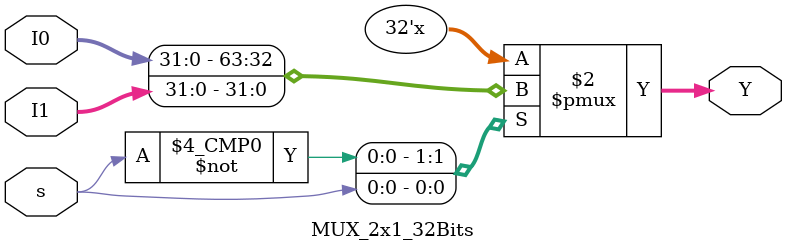
<source format=sv>
module MUX_2x1_32Bits
(
	input s,
	input [31:0] I0, I1,
	output [31:0] Y
);

    always @(*) begin
        case (s)
            1'b0: Y = I0;  
            1'b1: Y = I1;   
            default: Y = 32'b0; // Default (invalid case)
        endcase
    end	
	 
endmodule 
</source>
